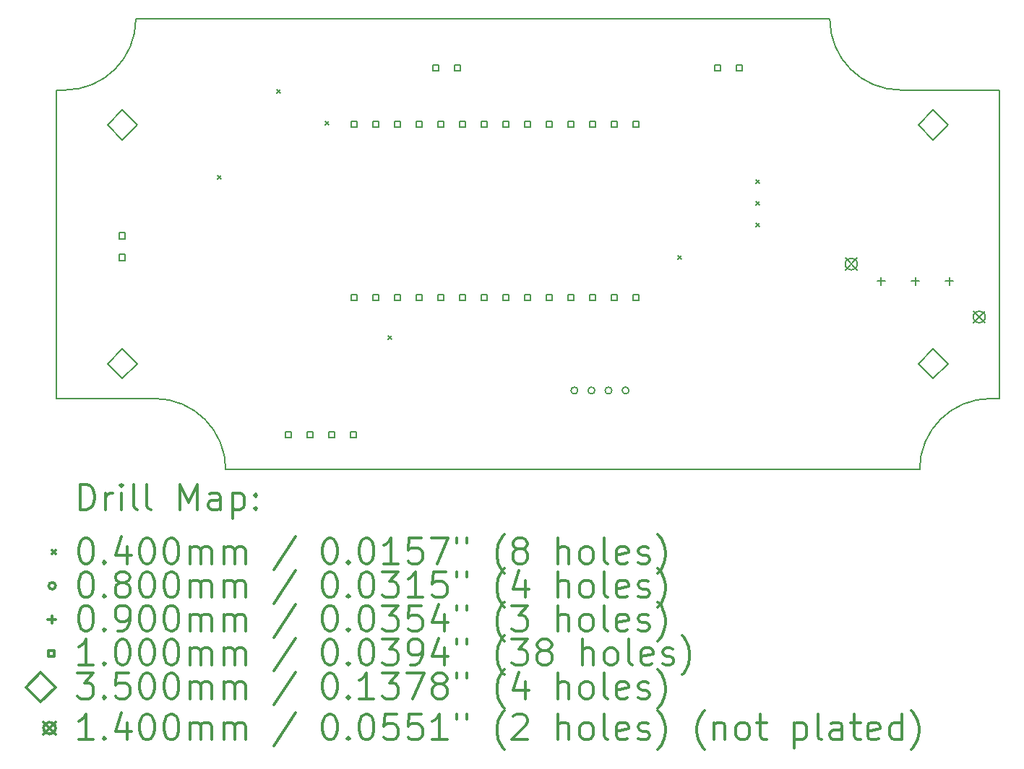
<source format=gbr>
%FSLAX45Y45*%
G04 Gerber Fmt 4.5, Leading zero omitted, Abs format (unit mm)*
G04 Created by KiCad (PCBNEW (5.1.10)-1) date 2021-12-13 23:40:39*
%MOMM*%
%LPD*%
G01*
G04 APERTURE LIST*
%TA.AperFunction,Profile*%
%ADD10C,0.150000*%
%TD*%
%ADD11C,0.200000*%
%ADD12C,0.300000*%
G04 APERTURE END LIST*
D10*
X19800900Y-10711100D02*
X19900900Y-10711100D01*
X8851900Y-7094100D02*
X8951900Y-7094100D01*
X10004900Y-10711100D02*
X8851900Y-10711100D01*
X19800900Y-10711100D02*
G75*
G03*
X18967900Y-11544100I0J-833000D01*
G01*
X10004900Y-10711100D02*
G75*
G02*
X10837900Y-11544100I0J-833000D01*
G01*
X19900900Y-10711100D02*
X19900900Y-7094100D01*
X18967900Y-11544100D02*
X10837900Y-11544100D01*
X8851900Y-7094100D02*
X8851900Y-10711100D01*
X18747900Y-7094100D02*
X19900900Y-7094100D01*
X18747900Y-7094100D02*
G75*
G02*
X17914900Y-6261100I0J833000D01*
G01*
X9784900Y-6261100D02*
X17914900Y-6261100D01*
X8951900Y-7094100D02*
G75*
G03*
X9784900Y-6261100I0J833000D01*
G01*
D11*
X10740800Y-8095300D02*
X10780800Y-8135300D01*
X10780800Y-8095300D02*
X10740800Y-8135300D01*
X11435400Y-7092000D02*
X11475400Y-7132000D01*
X11475400Y-7092000D02*
X11435400Y-7132000D01*
X12006900Y-7460300D02*
X12046900Y-7500300D01*
X12046900Y-7460300D02*
X12006900Y-7500300D01*
X12743500Y-9974900D02*
X12783500Y-10014900D01*
X12783500Y-9974900D02*
X12743500Y-10014900D01*
X16134400Y-9035100D02*
X16174400Y-9075100D01*
X16174400Y-9035100D02*
X16134400Y-9075100D01*
X17048800Y-8146100D02*
X17088800Y-8186100D01*
X17088800Y-8146100D02*
X17048800Y-8186100D01*
X17048800Y-8400100D02*
X17088800Y-8440100D01*
X17088800Y-8400100D02*
X17048800Y-8440100D01*
X17048800Y-8654100D02*
X17088800Y-8694100D01*
X17088800Y-8654100D02*
X17048800Y-8694100D01*
X14962500Y-10617200D02*
G75*
G03*
X14962500Y-10617200I-40000J0D01*
G01*
X15162500Y-10617200D02*
G75*
G03*
X15162500Y-10617200I-40000J0D01*
G01*
X15362500Y-10617200D02*
G75*
G03*
X15362500Y-10617200I-40000J0D01*
G01*
X15562500Y-10617200D02*
G75*
G03*
X15562500Y-10617200I-40000J0D01*
G01*
X18516700Y-9289500D02*
X18516700Y-9379500D01*
X18471700Y-9334500D02*
X18561700Y-9334500D01*
X18916700Y-9289500D02*
X18916700Y-9379500D01*
X18871700Y-9334500D02*
X18961700Y-9334500D01*
X19316700Y-9289500D02*
X19316700Y-9379500D01*
X19271700Y-9334500D02*
X19361700Y-9334500D01*
X9661756Y-8837956D02*
X9661756Y-8767244D01*
X9591044Y-8767244D01*
X9591044Y-8837956D01*
X9661756Y-8837956D01*
X9661756Y-9091956D02*
X9661756Y-9021244D01*
X9591044Y-9021244D01*
X9591044Y-9091956D01*
X9661756Y-9091956D01*
X11605056Y-11173256D02*
X11605056Y-11102544D01*
X11534344Y-11102544D01*
X11534344Y-11173256D01*
X11605056Y-11173256D01*
X11859056Y-11173256D02*
X11859056Y-11102544D01*
X11788344Y-11102544D01*
X11788344Y-11173256D01*
X11859056Y-11173256D01*
X12113056Y-11173256D02*
X12113056Y-11102544D01*
X12042344Y-11102544D01*
X12042344Y-11173256D01*
X12113056Y-11173256D01*
X12367056Y-11173256D02*
X12367056Y-11102544D01*
X12296344Y-11102544D01*
X12296344Y-11173256D01*
X12367056Y-11173256D01*
X12379756Y-7528356D02*
X12379756Y-7457644D01*
X12309044Y-7457644D01*
X12309044Y-7528356D01*
X12379756Y-7528356D01*
X12379756Y-9560356D02*
X12379756Y-9489644D01*
X12309044Y-9489644D01*
X12309044Y-9560356D01*
X12379756Y-9560356D01*
X12633756Y-7528356D02*
X12633756Y-7457644D01*
X12563044Y-7457644D01*
X12563044Y-7528356D01*
X12633756Y-7528356D01*
X12633756Y-9560356D02*
X12633756Y-9489644D01*
X12563044Y-9489644D01*
X12563044Y-9560356D01*
X12633756Y-9560356D01*
X12887756Y-7528356D02*
X12887756Y-7457644D01*
X12817044Y-7457644D01*
X12817044Y-7528356D01*
X12887756Y-7528356D01*
X12887756Y-9560356D02*
X12887756Y-9489644D01*
X12817044Y-9489644D01*
X12817044Y-9560356D01*
X12887756Y-9560356D01*
X13141756Y-7528356D02*
X13141756Y-7457644D01*
X13071044Y-7457644D01*
X13071044Y-7528356D01*
X13141756Y-7528356D01*
X13141756Y-9560356D02*
X13141756Y-9489644D01*
X13071044Y-9489644D01*
X13071044Y-9560356D01*
X13141756Y-9560356D01*
X13332256Y-6867956D02*
X13332256Y-6797244D01*
X13261544Y-6797244D01*
X13261544Y-6867956D01*
X13332256Y-6867956D01*
X13395756Y-7528356D02*
X13395756Y-7457644D01*
X13325044Y-7457644D01*
X13325044Y-7528356D01*
X13395756Y-7528356D01*
X13395756Y-9560356D02*
X13395756Y-9489644D01*
X13325044Y-9489644D01*
X13325044Y-9560356D01*
X13395756Y-9560356D01*
X13586256Y-6867956D02*
X13586256Y-6797244D01*
X13515544Y-6797244D01*
X13515544Y-6867956D01*
X13586256Y-6867956D01*
X13649756Y-7528356D02*
X13649756Y-7457644D01*
X13579044Y-7457644D01*
X13579044Y-7528356D01*
X13649756Y-7528356D01*
X13649756Y-9560356D02*
X13649756Y-9489644D01*
X13579044Y-9489644D01*
X13579044Y-9560356D01*
X13649756Y-9560356D01*
X13903756Y-7528356D02*
X13903756Y-7457644D01*
X13833044Y-7457644D01*
X13833044Y-7528356D01*
X13903756Y-7528356D01*
X13903756Y-9560356D02*
X13903756Y-9489644D01*
X13833044Y-9489644D01*
X13833044Y-9560356D01*
X13903756Y-9560356D01*
X14157756Y-7528356D02*
X14157756Y-7457644D01*
X14087044Y-7457644D01*
X14087044Y-7528356D01*
X14157756Y-7528356D01*
X14157756Y-9560356D02*
X14157756Y-9489644D01*
X14087044Y-9489644D01*
X14087044Y-9560356D01*
X14157756Y-9560356D01*
X14411756Y-7528356D02*
X14411756Y-7457644D01*
X14341044Y-7457644D01*
X14341044Y-7528356D01*
X14411756Y-7528356D01*
X14411756Y-9560356D02*
X14411756Y-9489644D01*
X14341044Y-9489644D01*
X14341044Y-9560356D01*
X14411756Y-9560356D01*
X14665756Y-7528356D02*
X14665756Y-7457644D01*
X14595044Y-7457644D01*
X14595044Y-7528356D01*
X14665756Y-7528356D01*
X14665756Y-9560356D02*
X14665756Y-9489644D01*
X14595044Y-9489644D01*
X14595044Y-9560356D01*
X14665756Y-9560356D01*
X14919756Y-7528356D02*
X14919756Y-7457644D01*
X14849044Y-7457644D01*
X14849044Y-7528356D01*
X14919756Y-7528356D01*
X14919756Y-9560356D02*
X14919756Y-9489644D01*
X14849044Y-9489644D01*
X14849044Y-9560356D01*
X14919756Y-9560356D01*
X15173756Y-7528356D02*
X15173756Y-7457644D01*
X15103044Y-7457644D01*
X15103044Y-7528356D01*
X15173756Y-7528356D01*
X15173756Y-9560356D02*
X15173756Y-9489644D01*
X15103044Y-9489644D01*
X15103044Y-9560356D01*
X15173756Y-9560356D01*
X15427756Y-7528356D02*
X15427756Y-7457644D01*
X15357044Y-7457644D01*
X15357044Y-7528356D01*
X15427756Y-7528356D01*
X15427756Y-9560356D02*
X15427756Y-9489644D01*
X15357044Y-9489644D01*
X15357044Y-9560356D01*
X15427756Y-9560356D01*
X15681756Y-7528356D02*
X15681756Y-7457644D01*
X15611044Y-7457644D01*
X15611044Y-7528356D01*
X15681756Y-7528356D01*
X15681756Y-9560356D02*
X15681756Y-9489644D01*
X15611044Y-9489644D01*
X15611044Y-9560356D01*
X15681756Y-9560356D01*
X16634256Y-6867956D02*
X16634256Y-6797244D01*
X16563544Y-6797244D01*
X16563544Y-6867956D01*
X16634256Y-6867956D01*
X16888256Y-6867956D02*
X16888256Y-6797244D01*
X16817544Y-6797244D01*
X16817544Y-6867956D01*
X16888256Y-6867956D01*
X9626400Y-7677600D02*
X9801400Y-7502600D01*
X9626400Y-7327600D01*
X9451400Y-7502600D01*
X9626400Y-7677600D01*
X9626400Y-10477600D02*
X9801400Y-10302600D01*
X9626400Y-10127600D01*
X9451400Y-10302600D01*
X9626400Y-10477600D01*
X19126400Y-7677600D02*
X19301400Y-7502600D01*
X19126400Y-7327600D01*
X18951400Y-7502600D01*
X19126400Y-7677600D01*
X19126400Y-10477600D02*
X19301400Y-10302600D01*
X19126400Y-10127600D01*
X18951400Y-10302600D01*
X19126400Y-10477600D01*
X18096700Y-9064500D02*
X18236700Y-9204500D01*
X18236700Y-9064500D02*
X18096700Y-9204500D01*
X18236700Y-9134500D02*
G75*
G03*
X18236700Y-9134500I-70000J0D01*
G01*
X19596700Y-9684500D02*
X19736700Y-9824500D01*
X19736700Y-9684500D02*
X19596700Y-9824500D01*
X19736700Y-9754500D02*
G75*
G03*
X19736700Y-9754500I-70000J0D01*
G01*
D12*
X9130828Y-12017314D02*
X9130828Y-11717314D01*
X9202257Y-11717314D01*
X9245114Y-11731600D01*
X9273686Y-11760171D01*
X9287971Y-11788743D01*
X9302257Y-11845886D01*
X9302257Y-11888743D01*
X9287971Y-11945886D01*
X9273686Y-11974457D01*
X9245114Y-12003029D01*
X9202257Y-12017314D01*
X9130828Y-12017314D01*
X9430828Y-12017314D02*
X9430828Y-11817314D01*
X9430828Y-11874457D02*
X9445114Y-11845886D01*
X9459400Y-11831600D01*
X9487971Y-11817314D01*
X9516543Y-11817314D01*
X9616543Y-12017314D02*
X9616543Y-11817314D01*
X9616543Y-11717314D02*
X9602257Y-11731600D01*
X9616543Y-11745886D01*
X9630828Y-11731600D01*
X9616543Y-11717314D01*
X9616543Y-11745886D01*
X9802257Y-12017314D02*
X9773686Y-12003029D01*
X9759400Y-11974457D01*
X9759400Y-11717314D01*
X9959400Y-12017314D02*
X9930828Y-12003029D01*
X9916543Y-11974457D01*
X9916543Y-11717314D01*
X10302257Y-12017314D02*
X10302257Y-11717314D01*
X10402257Y-11931600D01*
X10502257Y-11717314D01*
X10502257Y-12017314D01*
X10773686Y-12017314D02*
X10773686Y-11860171D01*
X10759400Y-11831600D01*
X10730828Y-11817314D01*
X10673686Y-11817314D01*
X10645114Y-11831600D01*
X10773686Y-12003029D02*
X10745114Y-12017314D01*
X10673686Y-12017314D01*
X10645114Y-12003029D01*
X10630828Y-11974457D01*
X10630828Y-11945886D01*
X10645114Y-11917314D01*
X10673686Y-11903029D01*
X10745114Y-11903029D01*
X10773686Y-11888743D01*
X10916543Y-11817314D02*
X10916543Y-12117314D01*
X10916543Y-11831600D02*
X10945114Y-11817314D01*
X11002257Y-11817314D01*
X11030828Y-11831600D01*
X11045114Y-11845886D01*
X11059400Y-11874457D01*
X11059400Y-11960171D01*
X11045114Y-11988743D01*
X11030828Y-12003029D01*
X11002257Y-12017314D01*
X10945114Y-12017314D01*
X10916543Y-12003029D01*
X11187971Y-11988743D02*
X11202257Y-12003029D01*
X11187971Y-12017314D01*
X11173686Y-12003029D01*
X11187971Y-11988743D01*
X11187971Y-12017314D01*
X11187971Y-11831600D02*
X11202257Y-11845886D01*
X11187971Y-11860171D01*
X11173686Y-11845886D01*
X11187971Y-11831600D01*
X11187971Y-11860171D01*
X8804400Y-12491600D02*
X8844400Y-12531600D01*
X8844400Y-12491600D02*
X8804400Y-12531600D01*
X9187971Y-12347314D02*
X9216543Y-12347314D01*
X9245114Y-12361600D01*
X9259400Y-12375886D01*
X9273686Y-12404457D01*
X9287971Y-12461600D01*
X9287971Y-12533029D01*
X9273686Y-12590171D01*
X9259400Y-12618743D01*
X9245114Y-12633029D01*
X9216543Y-12647314D01*
X9187971Y-12647314D01*
X9159400Y-12633029D01*
X9145114Y-12618743D01*
X9130828Y-12590171D01*
X9116543Y-12533029D01*
X9116543Y-12461600D01*
X9130828Y-12404457D01*
X9145114Y-12375886D01*
X9159400Y-12361600D01*
X9187971Y-12347314D01*
X9416543Y-12618743D02*
X9430828Y-12633029D01*
X9416543Y-12647314D01*
X9402257Y-12633029D01*
X9416543Y-12618743D01*
X9416543Y-12647314D01*
X9687971Y-12447314D02*
X9687971Y-12647314D01*
X9616543Y-12333029D02*
X9545114Y-12547314D01*
X9730828Y-12547314D01*
X9902257Y-12347314D02*
X9930828Y-12347314D01*
X9959400Y-12361600D01*
X9973686Y-12375886D01*
X9987971Y-12404457D01*
X10002257Y-12461600D01*
X10002257Y-12533029D01*
X9987971Y-12590171D01*
X9973686Y-12618743D01*
X9959400Y-12633029D01*
X9930828Y-12647314D01*
X9902257Y-12647314D01*
X9873686Y-12633029D01*
X9859400Y-12618743D01*
X9845114Y-12590171D01*
X9830828Y-12533029D01*
X9830828Y-12461600D01*
X9845114Y-12404457D01*
X9859400Y-12375886D01*
X9873686Y-12361600D01*
X9902257Y-12347314D01*
X10187971Y-12347314D02*
X10216543Y-12347314D01*
X10245114Y-12361600D01*
X10259400Y-12375886D01*
X10273686Y-12404457D01*
X10287971Y-12461600D01*
X10287971Y-12533029D01*
X10273686Y-12590171D01*
X10259400Y-12618743D01*
X10245114Y-12633029D01*
X10216543Y-12647314D01*
X10187971Y-12647314D01*
X10159400Y-12633029D01*
X10145114Y-12618743D01*
X10130828Y-12590171D01*
X10116543Y-12533029D01*
X10116543Y-12461600D01*
X10130828Y-12404457D01*
X10145114Y-12375886D01*
X10159400Y-12361600D01*
X10187971Y-12347314D01*
X10416543Y-12647314D02*
X10416543Y-12447314D01*
X10416543Y-12475886D02*
X10430828Y-12461600D01*
X10459400Y-12447314D01*
X10502257Y-12447314D01*
X10530828Y-12461600D01*
X10545114Y-12490171D01*
X10545114Y-12647314D01*
X10545114Y-12490171D02*
X10559400Y-12461600D01*
X10587971Y-12447314D01*
X10630828Y-12447314D01*
X10659400Y-12461600D01*
X10673686Y-12490171D01*
X10673686Y-12647314D01*
X10816543Y-12647314D02*
X10816543Y-12447314D01*
X10816543Y-12475886D02*
X10830828Y-12461600D01*
X10859400Y-12447314D01*
X10902257Y-12447314D01*
X10930828Y-12461600D01*
X10945114Y-12490171D01*
X10945114Y-12647314D01*
X10945114Y-12490171D02*
X10959400Y-12461600D01*
X10987971Y-12447314D01*
X11030828Y-12447314D01*
X11059400Y-12461600D01*
X11073686Y-12490171D01*
X11073686Y-12647314D01*
X11659400Y-12333029D02*
X11402257Y-12718743D01*
X12045114Y-12347314D02*
X12073686Y-12347314D01*
X12102257Y-12361600D01*
X12116543Y-12375886D01*
X12130828Y-12404457D01*
X12145114Y-12461600D01*
X12145114Y-12533029D01*
X12130828Y-12590171D01*
X12116543Y-12618743D01*
X12102257Y-12633029D01*
X12073686Y-12647314D01*
X12045114Y-12647314D01*
X12016543Y-12633029D01*
X12002257Y-12618743D01*
X11987971Y-12590171D01*
X11973686Y-12533029D01*
X11973686Y-12461600D01*
X11987971Y-12404457D01*
X12002257Y-12375886D01*
X12016543Y-12361600D01*
X12045114Y-12347314D01*
X12273686Y-12618743D02*
X12287971Y-12633029D01*
X12273686Y-12647314D01*
X12259400Y-12633029D01*
X12273686Y-12618743D01*
X12273686Y-12647314D01*
X12473686Y-12347314D02*
X12502257Y-12347314D01*
X12530828Y-12361600D01*
X12545114Y-12375886D01*
X12559400Y-12404457D01*
X12573686Y-12461600D01*
X12573686Y-12533029D01*
X12559400Y-12590171D01*
X12545114Y-12618743D01*
X12530828Y-12633029D01*
X12502257Y-12647314D01*
X12473686Y-12647314D01*
X12445114Y-12633029D01*
X12430828Y-12618743D01*
X12416543Y-12590171D01*
X12402257Y-12533029D01*
X12402257Y-12461600D01*
X12416543Y-12404457D01*
X12430828Y-12375886D01*
X12445114Y-12361600D01*
X12473686Y-12347314D01*
X12859400Y-12647314D02*
X12687971Y-12647314D01*
X12773686Y-12647314D02*
X12773686Y-12347314D01*
X12745114Y-12390171D01*
X12716543Y-12418743D01*
X12687971Y-12433029D01*
X13130828Y-12347314D02*
X12987971Y-12347314D01*
X12973686Y-12490171D01*
X12987971Y-12475886D01*
X13016543Y-12461600D01*
X13087971Y-12461600D01*
X13116543Y-12475886D01*
X13130828Y-12490171D01*
X13145114Y-12518743D01*
X13145114Y-12590171D01*
X13130828Y-12618743D01*
X13116543Y-12633029D01*
X13087971Y-12647314D01*
X13016543Y-12647314D01*
X12987971Y-12633029D01*
X12973686Y-12618743D01*
X13245114Y-12347314D02*
X13445114Y-12347314D01*
X13316543Y-12647314D01*
X13545114Y-12347314D02*
X13545114Y-12404457D01*
X13659400Y-12347314D02*
X13659400Y-12404457D01*
X14102257Y-12761600D02*
X14087971Y-12747314D01*
X14059400Y-12704457D01*
X14045114Y-12675886D01*
X14030828Y-12633029D01*
X14016543Y-12561600D01*
X14016543Y-12504457D01*
X14030828Y-12433029D01*
X14045114Y-12390171D01*
X14059400Y-12361600D01*
X14087971Y-12318743D01*
X14102257Y-12304457D01*
X14259400Y-12475886D02*
X14230828Y-12461600D01*
X14216543Y-12447314D01*
X14202257Y-12418743D01*
X14202257Y-12404457D01*
X14216543Y-12375886D01*
X14230828Y-12361600D01*
X14259400Y-12347314D01*
X14316543Y-12347314D01*
X14345114Y-12361600D01*
X14359400Y-12375886D01*
X14373686Y-12404457D01*
X14373686Y-12418743D01*
X14359400Y-12447314D01*
X14345114Y-12461600D01*
X14316543Y-12475886D01*
X14259400Y-12475886D01*
X14230828Y-12490171D01*
X14216543Y-12504457D01*
X14202257Y-12533029D01*
X14202257Y-12590171D01*
X14216543Y-12618743D01*
X14230828Y-12633029D01*
X14259400Y-12647314D01*
X14316543Y-12647314D01*
X14345114Y-12633029D01*
X14359400Y-12618743D01*
X14373686Y-12590171D01*
X14373686Y-12533029D01*
X14359400Y-12504457D01*
X14345114Y-12490171D01*
X14316543Y-12475886D01*
X14730828Y-12647314D02*
X14730828Y-12347314D01*
X14859400Y-12647314D02*
X14859400Y-12490171D01*
X14845114Y-12461600D01*
X14816543Y-12447314D01*
X14773686Y-12447314D01*
X14745114Y-12461600D01*
X14730828Y-12475886D01*
X15045114Y-12647314D02*
X15016543Y-12633029D01*
X15002257Y-12618743D01*
X14987971Y-12590171D01*
X14987971Y-12504457D01*
X15002257Y-12475886D01*
X15016543Y-12461600D01*
X15045114Y-12447314D01*
X15087971Y-12447314D01*
X15116543Y-12461600D01*
X15130828Y-12475886D01*
X15145114Y-12504457D01*
X15145114Y-12590171D01*
X15130828Y-12618743D01*
X15116543Y-12633029D01*
X15087971Y-12647314D01*
X15045114Y-12647314D01*
X15316543Y-12647314D02*
X15287971Y-12633029D01*
X15273686Y-12604457D01*
X15273686Y-12347314D01*
X15545114Y-12633029D02*
X15516543Y-12647314D01*
X15459400Y-12647314D01*
X15430828Y-12633029D01*
X15416543Y-12604457D01*
X15416543Y-12490171D01*
X15430828Y-12461600D01*
X15459400Y-12447314D01*
X15516543Y-12447314D01*
X15545114Y-12461600D01*
X15559400Y-12490171D01*
X15559400Y-12518743D01*
X15416543Y-12547314D01*
X15673686Y-12633029D02*
X15702257Y-12647314D01*
X15759400Y-12647314D01*
X15787971Y-12633029D01*
X15802257Y-12604457D01*
X15802257Y-12590171D01*
X15787971Y-12561600D01*
X15759400Y-12547314D01*
X15716543Y-12547314D01*
X15687971Y-12533029D01*
X15673686Y-12504457D01*
X15673686Y-12490171D01*
X15687971Y-12461600D01*
X15716543Y-12447314D01*
X15759400Y-12447314D01*
X15787971Y-12461600D01*
X15902257Y-12761600D02*
X15916543Y-12747314D01*
X15945114Y-12704457D01*
X15959400Y-12675886D01*
X15973686Y-12633029D01*
X15987971Y-12561600D01*
X15987971Y-12504457D01*
X15973686Y-12433029D01*
X15959400Y-12390171D01*
X15945114Y-12361600D01*
X15916543Y-12318743D01*
X15902257Y-12304457D01*
X8844400Y-12907600D02*
G75*
G03*
X8844400Y-12907600I-40000J0D01*
G01*
X9187971Y-12743314D02*
X9216543Y-12743314D01*
X9245114Y-12757600D01*
X9259400Y-12771886D01*
X9273686Y-12800457D01*
X9287971Y-12857600D01*
X9287971Y-12929029D01*
X9273686Y-12986171D01*
X9259400Y-13014743D01*
X9245114Y-13029029D01*
X9216543Y-13043314D01*
X9187971Y-13043314D01*
X9159400Y-13029029D01*
X9145114Y-13014743D01*
X9130828Y-12986171D01*
X9116543Y-12929029D01*
X9116543Y-12857600D01*
X9130828Y-12800457D01*
X9145114Y-12771886D01*
X9159400Y-12757600D01*
X9187971Y-12743314D01*
X9416543Y-13014743D02*
X9430828Y-13029029D01*
X9416543Y-13043314D01*
X9402257Y-13029029D01*
X9416543Y-13014743D01*
X9416543Y-13043314D01*
X9602257Y-12871886D02*
X9573686Y-12857600D01*
X9559400Y-12843314D01*
X9545114Y-12814743D01*
X9545114Y-12800457D01*
X9559400Y-12771886D01*
X9573686Y-12757600D01*
X9602257Y-12743314D01*
X9659400Y-12743314D01*
X9687971Y-12757600D01*
X9702257Y-12771886D01*
X9716543Y-12800457D01*
X9716543Y-12814743D01*
X9702257Y-12843314D01*
X9687971Y-12857600D01*
X9659400Y-12871886D01*
X9602257Y-12871886D01*
X9573686Y-12886171D01*
X9559400Y-12900457D01*
X9545114Y-12929029D01*
X9545114Y-12986171D01*
X9559400Y-13014743D01*
X9573686Y-13029029D01*
X9602257Y-13043314D01*
X9659400Y-13043314D01*
X9687971Y-13029029D01*
X9702257Y-13014743D01*
X9716543Y-12986171D01*
X9716543Y-12929029D01*
X9702257Y-12900457D01*
X9687971Y-12886171D01*
X9659400Y-12871886D01*
X9902257Y-12743314D02*
X9930828Y-12743314D01*
X9959400Y-12757600D01*
X9973686Y-12771886D01*
X9987971Y-12800457D01*
X10002257Y-12857600D01*
X10002257Y-12929029D01*
X9987971Y-12986171D01*
X9973686Y-13014743D01*
X9959400Y-13029029D01*
X9930828Y-13043314D01*
X9902257Y-13043314D01*
X9873686Y-13029029D01*
X9859400Y-13014743D01*
X9845114Y-12986171D01*
X9830828Y-12929029D01*
X9830828Y-12857600D01*
X9845114Y-12800457D01*
X9859400Y-12771886D01*
X9873686Y-12757600D01*
X9902257Y-12743314D01*
X10187971Y-12743314D02*
X10216543Y-12743314D01*
X10245114Y-12757600D01*
X10259400Y-12771886D01*
X10273686Y-12800457D01*
X10287971Y-12857600D01*
X10287971Y-12929029D01*
X10273686Y-12986171D01*
X10259400Y-13014743D01*
X10245114Y-13029029D01*
X10216543Y-13043314D01*
X10187971Y-13043314D01*
X10159400Y-13029029D01*
X10145114Y-13014743D01*
X10130828Y-12986171D01*
X10116543Y-12929029D01*
X10116543Y-12857600D01*
X10130828Y-12800457D01*
X10145114Y-12771886D01*
X10159400Y-12757600D01*
X10187971Y-12743314D01*
X10416543Y-13043314D02*
X10416543Y-12843314D01*
X10416543Y-12871886D02*
X10430828Y-12857600D01*
X10459400Y-12843314D01*
X10502257Y-12843314D01*
X10530828Y-12857600D01*
X10545114Y-12886171D01*
X10545114Y-13043314D01*
X10545114Y-12886171D02*
X10559400Y-12857600D01*
X10587971Y-12843314D01*
X10630828Y-12843314D01*
X10659400Y-12857600D01*
X10673686Y-12886171D01*
X10673686Y-13043314D01*
X10816543Y-13043314D02*
X10816543Y-12843314D01*
X10816543Y-12871886D02*
X10830828Y-12857600D01*
X10859400Y-12843314D01*
X10902257Y-12843314D01*
X10930828Y-12857600D01*
X10945114Y-12886171D01*
X10945114Y-13043314D01*
X10945114Y-12886171D02*
X10959400Y-12857600D01*
X10987971Y-12843314D01*
X11030828Y-12843314D01*
X11059400Y-12857600D01*
X11073686Y-12886171D01*
X11073686Y-13043314D01*
X11659400Y-12729029D02*
X11402257Y-13114743D01*
X12045114Y-12743314D02*
X12073686Y-12743314D01*
X12102257Y-12757600D01*
X12116543Y-12771886D01*
X12130828Y-12800457D01*
X12145114Y-12857600D01*
X12145114Y-12929029D01*
X12130828Y-12986171D01*
X12116543Y-13014743D01*
X12102257Y-13029029D01*
X12073686Y-13043314D01*
X12045114Y-13043314D01*
X12016543Y-13029029D01*
X12002257Y-13014743D01*
X11987971Y-12986171D01*
X11973686Y-12929029D01*
X11973686Y-12857600D01*
X11987971Y-12800457D01*
X12002257Y-12771886D01*
X12016543Y-12757600D01*
X12045114Y-12743314D01*
X12273686Y-13014743D02*
X12287971Y-13029029D01*
X12273686Y-13043314D01*
X12259400Y-13029029D01*
X12273686Y-13014743D01*
X12273686Y-13043314D01*
X12473686Y-12743314D02*
X12502257Y-12743314D01*
X12530828Y-12757600D01*
X12545114Y-12771886D01*
X12559400Y-12800457D01*
X12573686Y-12857600D01*
X12573686Y-12929029D01*
X12559400Y-12986171D01*
X12545114Y-13014743D01*
X12530828Y-13029029D01*
X12502257Y-13043314D01*
X12473686Y-13043314D01*
X12445114Y-13029029D01*
X12430828Y-13014743D01*
X12416543Y-12986171D01*
X12402257Y-12929029D01*
X12402257Y-12857600D01*
X12416543Y-12800457D01*
X12430828Y-12771886D01*
X12445114Y-12757600D01*
X12473686Y-12743314D01*
X12673686Y-12743314D02*
X12859400Y-12743314D01*
X12759400Y-12857600D01*
X12802257Y-12857600D01*
X12830828Y-12871886D01*
X12845114Y-12886171D01*
X12859400Y-12914743D01*
X12859400Y-12986171D01*
X12845114Y-13014743D01*
X12830828Y-13029029D01*
X12802257Y-13043314D01*
X12716543Y-13043314D01*
X12687971Y-13029029D01*
X12673686Y-13014743D01*
X13145114Y-13043314D02*
X12973686Y-13043314D01*
X13059400Y-13043314D02*
X13059400Y-12743314D01*
X13030828Y-12786171D01*
X13002257Y-12814743D01*
X12973686Y-12829029D01*
X13416543Y-12743314D02*
X13273686Y-12743314D01*
X13259400Y-12886171D01*
X13273686Y-12871886D01*
X13302257Y-12857600D01*
X13373686Y-12857600D01*
X13402257Y-12871886D01*
X13416543Y-12886171D01*
X13430828Y-12914743D01*
X13430828Y-12986171D01*
X13416543Y-13014743D01*
X13402257Y-13029029D01*
X13373686Y-13043314D01*
X13302257Y-13043314D01*
X13273686Y-13029029D01*
X13259400Y-13014743D01*
X13545114Y-12743314D02*
X13545114Y-12800457D01*
X13659400Y-12743314D02*
X13659400Y-12800457D01*
X14102257Y-13157600D02*
X14087971Y-13143314D01*
X14059400Y-13100457D01*
X14045114Y-13071886D01*
X14030828Y-13029029D01*
X14016543Y-12957600D01*
X14016543Y-12900457D01*
X14030828Y-12829029D01*
X14045114Y-12786171D01*
X14059400Y-12757600D01*
X14087971Y-12714743D01*
X14102257Y-12700457D01*
X14345114Y-12843314D02*
X14345114Y-13043314D01*
X14273686Y-12729029D02*
X14202257Y-12943314D01*
X14387971Y-12943314D01*
X14730828Y-13043314D02*
X14730828Y-12743314D01*
X14859400Y-13043314D02*
X14859400Y-12886171D01*
X14845114Y-12857600D01*
X14816543Y-12843314D01*
X14773686Y-12843314D01*
X14745114Y-12857600D01*
X14730828Y-12871886D01*
X15045114Y-13043314D02*
X15016543Y-13029029D01*
X15002257Y-13014743D01*
X14987971Y-12986171D01*
X14987971Y-12900457D01*
X15002257Y-12871886D01*
X15016543Y-12857600D01*
X15045114Y-12843314D01*
X15087971Y-12843314D01*
X15116543Y-12857600D01*
X15130828Y-12871886D01*
X15145114Y-12900457D01*
X15145114Y-12986171D01*
X15130828Y-13014743D01*
X15116543Y-13029029D01*
X15087971Y-13043314D01*
X15045114Y-13043314D01*
X15316543Y-13043314D02*
X15287971Y-13029029D01*
X15273686Y-13000457D01*
X15273686Y-12743314D01*
X15545114Y-13029029D02*
X15516543Y-13043314D01*
X15459400Y-13043314D01*
X15430828Y-13029029D01*
X15416543Y-13000457D01*
X15416543Y-12886171D01*
X15430828Y-12857600D01*
X15459400Y-12843314D01*
X15516543Y-12843314D01*
X15545114Y-12857600D01*
X15559400Y-12886171D01*
X15559400Y-12914743D01*
X15416543Y-12943314D01*
X15673686Y-13029029D02*
X15702257Y-13043314D01*
X15759400Y-13043314D01*
X15787971Y-13029029D01*
X15802257Y-13000457D01*
X15802257Y-12986171D01*
X15787971Y-12957600D01*
X15759400Y-12943314D01*
X15716543Y-12943314D01*
X15687971Y-12929029D01*
X15673686Y-12900457D01*
X15673686Y-12886171D01*
X15687971Y-12857600D01*
X15716543Y-12843314D01*
X15759400Y-12843314D01*
X15787971Y-12857600D01*
X15902257Y-13157600D02*
X15916543Y-13143314D01*
X15945114Y-13100457D01*
X15959400Y-13071886D01*
X15973686Y-13029029D01*
X15987971Y-12957600D01*
X15987971Y-12900457D01*
X15973686Y-12829029D01*
X15959400Y-12786171D01*
X15945114Y-12757600D01*
X15916543Y-12714743D01*
X15902257Y-12700457D01*
X8799400Y-13258600D02*
X8799400Y-13348600D01*
X8754400Y-13303600D02*
X8844400Y-13303600D01*
X9187971Y-13139314D02*
X9216543Y-13139314D01*
X9245114Y-13153600D01*
X9259400Y-13167886D01*
X9273686Y-13196457D01*
X9287971Y-13253600D01*
X9287971Y-13325029D01*
X9273686Y-13382171D01*
X9259400Y-13410743D01*
X9245114Y-13425029D01*
X9216543Y-13439314D01*
X9187971Y-13439314D01*
X9159400Y-13425029D01*
X9145114Y-13410743D01*
X9130828Y-13382171D01*
X9116543Y-13325029D01*
X9116543Y-13253600D01*
X9130828Y-13196457D01*
X9145114Y-13167886D01*
X9159400Y-13153600D01*
X9187971Y-13139314D01*
X9416543Y-13410743D02*
X9430828Y-13425029D01*
X9416543Y-13439314D01*
X9402257Y-13425029D01*
X9416543Y-13410743D01*
X9416543Y-13439314D01*
X9573686Y-13439314D02*
X9630828Y-13439314D01*
X9659400Y-13425029D01*
X9673686Y-13410743D01*
X9702257Y-13367886D01*
X9716543Y-13310743D01*
X9716543Y-13196457D01*
X9702257Y-13167886D01*
X9687971Y-13153600D01*
X9659400Y-13139314D01*
X9602257Y-13139314D01*
X9573686Y-13153600D01*
X9559400Y-13167886D01*
X9545114Y-13196457D01*
X9545114Y-13267886D01*
X9559400Y-13296457D01*
X9573686Y-13310743D01*
X9602257Y-13325029D01*
X9659400Y-13325029D01*
X9687971Y-13310743D01*
X9702257Y-13296457D01*
X9716543Y-13267886D01*
X9902257Y-13139314D02*
X9930828Y-13139314D01*
X9959400Y-13153600D01*
X9973686Y-13167886D01*
X9987971Y-13196457D01*
X10002257Y-13253600D01*
X10002257Y-13325029D01*
X9987971Y-13382171D01*
X9973686Y-13410743D01*
X9959400Y-13425029D01*
X9930828Y-13439314D01*
X9902257Y-13439314D01*
X9873686Y-13425029D01*
X9859400Y-13410743D01*
X9845114Y-13382171D01*
X9830828Y-13325029D01*
X9830828Y-13253600D01*
X9845114Y-13196457D01*
X9859400Y-13167886D01*
X9873686Y-13153600D01*
X9902257Y-13139314D01*
X10187971Y-13139314D02*
X10216543Y-13139314D01*
X10245114Y-13153600D01*
X10259400Y-13167886D01*
X10273686Y-13196457D01*
X10287971Y-13253600D01*
X10287971Y-13325029D01*
X10273686Y-13382171D01*
X10259400Y-13410743D01*
X10245114Y-13425029D01*
X10216543Y-13439314D01*
X10187971Y-13439314D01*
X10159400Y-13425029D01*
X10145114Y-13410743D01*
X10130828Y-13382171D01*
X10116543Y-13325029D01*
X10116543Y-13253600D01*
X10130828Y-13196457D01*
X10145114Y-13167886D01*
X10159400Y-13153600D01*
X10187971Y-13139314D01*
X10416543Y-13439314D02*
X10416543Y-13239314D01*
X10416543Y-13267886D02*
X10430828Y-13253600D01*
X10459400Y-13239314D01*
X10502257Y-13239314D01*
X10530828Y-13253600D01*
X10545114Y-13282171D01*
X10545114Y-13439314D01*
X10545114Y-13282171D02*
X10559400Y-13253600D01*
X10587971Y-13239314D01*
X10630828Y-13239314D01*
X10659400Y-13253600D01*
X10673686Y-13282171D01*
X10673686Y-13439314D01*
X10816543Y-13439314D02*
X10816543Y-13239314D01*
X10816543Y-13267886D02*
X10830828Y-13253600D01*
X10859400Y-13239314D01*
X10902257Y-13239314D01*
X10930828Y-13253600D01*
X10945114Y-13282171D01*
X10945114Y-13439314D01*
X10945114Y-13282171D02*
X10959400Y-13253600D01*
X10987971Y-13239314D01*
X11030828Y-13239314D01*
X11059400Y-13253600D01*
X11073686Y-13282171D01*
X11073686Y-13439314D01*
X11659400Y-13125029D02*
X11402257Y-13510743D01*
X12045114Y-13139314D02*
X12073686Y-13139314D01*
X12102257Y-13153600D01*
X12116543Y-13167886D01*
X12130828Y-13196457D01*
X12145114Y-13253600D01*
X12145114Y-13325029D01*
X12130828Y-13382171D01*
X12116543Y-13410743D01*
X12102257Y-13425029D01*
X12073686Y-13439314D01*
X12045114Y-13439314D01*
X12016543Y-13425029D01*
X12002257Y-13410743D01*
X11987971Y-13382171D01*
X11973686Y-13325029D01*
X11973686Y-13253600D01*
X11987971Y-13196457D01*
X12002257Y-13167886D01*
X12016543Y-13153600D01*
X12045114Y-13139314D01*
X12273686Y-13410743D02*
X12287971Y-13425029D01*
X12273686Y-13439314D01*
X12259400Y-13425029D01*
X12273686Y-13410743D01*
X12273686Y-13439314D01*
X12473686Y-13139314D02*
X12502257Y-13139314D01*
X12530828Y-13153600D01*
X12545114Y-13167886D01*
X12559400Y-13196457D01*
X12573686Y-13253600D01*
X12573686Y-13325029D01*
X12559400Y-13382171D01*
X12545114Y-13410743D01*
X12530828Y-13425029D01*
X12502257Y-13439314D01*
X12473686Y-13439314D01*
X12445114Y-13425029D01*
X12430828Y-13410743D01*
X12416543Y-13382171D01*
X12402257Y-13325029D01*
X12402257Y-13253600D01*
X12416543Y-13196457D01*
X12430828Y-13167886D01*
X12445114Y-13153600D01*
X12473686Y-13139314D01*
X12673686Y-13139314D02*
X12859400Y-13139314D01*
X12759400Y-13253600D01*
X12802257Y-13253600D01*
X12830828Y-13267886D01*
X12845114Y-13282171D01*
X12859400Y-13310743D01*
X12859400Y-13382171D01*
X12845114Y-13410743D01*
X12830828Y-13425029D01*
X12802257Y-13439314D01*
X12716543Y-13439314D01*
X12687971Y-13425029D01*
X12673686Y-13410743D01*
X13130828Y-13139314D02*
X12987971Y-13139314D01*
X12973686Y-13282171D01*
X12987971Y-13267886D01*
X13016543Y-13253600D01*
X13087971Y-13253600D01*
X13116543Y-13267886D01*
X13130828Y-13282171D01*
X13145114Y-13310743D01*
X13145114Y-13382171D01*
X13130828Y-13410743D01*
X13116543Y-13425029D01*
X13087971Y-13439314D01*
X13016543Y-13439314D01*
X12987971Y-13425029D01*
X12973686Y-13410743D01*
X13402257Y-13239314D02*
X13402257Y-13439314D01*
X13330828Y-13125029D02*
X13259400Y-13339314D01*
X13445114Y-13339314D01*
X13545114Y-13139314D02*
X13545114Y-13196457D01*
X13659400Y-13139314D02*
X13659400Y-13196457D01*
X14102257Y-13553600D02*
X14087971Y-13539314D01*
X14059400Y-13496457D01*
X14045114Y-13467886D01*
X14030828Y-13425029D01*
X14016543Y-13353600D01*
X14016543Y-13296457D01*
X14030828Y-13225029D01*
X14045114Y-13182171D01*
X14059400Y-13153600D01*
X14087971Y-13110743D01*
X14102257Y-13096457D01*
X14187971Y-13139314D02*
X14373686Y-13139314D01*
X14273686Y-13253600D01*
X14316543Y-13253600D01*
X14345114Y-13267886D01*
X14359400Y-13282171D01*
X14373686Y-13310743D01*
X14373686Y-13382171D01*
X14359400Y-13410743D01*
X14345114Y-13425029D01*
X14316543Y-13439314D01*
X14230828Y-13439314D01*
X14202257Y-13425029D01*
X14187971Y-13410743D01*
X14730828Y-13439314D02*
X14730828Y-13139314D01*
X14859400Y-13439314D02*
X14859400Y-13282171D01*
X14845114Y-13253600D01*
X14816543Y-13239314D01*
X14773686Y-13239314D01*
X14745114Y-13253600D01*
X14730828Y-13267886D01*
X15045114Y-13439314D02*
X15016543Y-13425029D01*
X15002257Y-13410743D01*
X14987971Y-13382171D01*
X14987971Y-13296457D01*
X15002257Y-13267886D01*
X15016543Y-13253600D01*
X15045114Y-13239314D01*
X15087971Y-13239314D01*
X15116543Y-13253600D01*
X15130828Y-13267886D01*
X15145114Y-13296457D01*
X15145114Y-13382171D01*
X15130828Y-13410743D01*
X15116543Y-13425029D01*
X15087971Y-13439314D01*
X15045114Y-13439314D01*
X15316543Y-13439314D02*
X15287971Y-13425029D01*
X15273686Y-13396457D01*
X15273686Y-13139314D01*
X15545114Y-13425029D02*
X15516543Y-13439314D01*
X15459400Y-13439314D01*
X15430828Y-13425029D01*
X15416543Y-13396457D01*
X15416543Y-13282171D01*
X15430828Y-13253600D01*
X15459400Y-13239314D01*
X15516543Y-13239314D01*
X15545114Y-13253600D01*
X15559400Y-13282171D01*
X15559400Y-13310743D01*
X15416543Y-13339314D01*
X15673686Y-13425029D02*
X15702257Y-13439314D01*
X15759400Y-13439314D01*
X15787971Y-13425029D01*
X15802257Y-13396457D01*
X15802257Y-13382171D01*
X15787971Y-13353600D01*
X15759400Y-13339314D01*
X15716543Y-13339314D01*
X15687971Y-13325029D01*
X15673686Y-13296457D01*
X15673686Y-13282171D01*
X15687971Y-13253600D01*
X15716543Y-13239314D01*
X15759400Y-13239314D01*
X15787971Y-13253600D01*
X15902257Y-13553600D02*
X15916543Y-13539314D01*
X15945114Y-13496457D01*
X15959400Y-13467886D01*
X15973686Y-13425029D01*
X15987971Y-13353600D01*
X15987971Y-13296457D01*
X15973686Y-13225029D01*
X15959400Y-13182171D01*
X15945114Y-13153600D01*
X15916543Y-13110743D01*
X15902257Y-13096457D01*
X8829756Y-13734956D02*
X8829756Y-13664244D01*
X8759044Y-13664244D01*
X8759044Y-13734956D01*
X8829756Y-13734956D01*
X9287971Y-13835314D02*
X9116543Y-13835314D01*
X9202257Y-13835314D02*
X9202257Y-13535314D01*
X9173686Y-13578171D01*
X9145114Y-13606743D01*
X9116543Y-13621029D01*
X9416543Y-13806743D02*
X9430828Y-13821029D01*
X9416543Y-13835314D01*
X9402257Y-13821029D01*
X9416543Y-13806743D01*
X9416543Y-13835314D01*
X9616543Y-13535314D02*
X9645114Y-13535314D01*
X9673686Y-13549600D01*
X9687971Y-13563886D01*
X9702257Y-13592457D01*
X9716543Y-13649600D01*
X9716543Y-13721029D01*
X9702257Y-13778171D01*
X9687971Y-13806743D01*
X9673686Y-13821029D01*
X9645114Y-13835314D01*
X9616543Y-13835314D01*
X9587971Y-13821029D01*
X9573686Y-13806743D01*
X9559400Y-13778171D01*
X9545114Y-13721029D01*
X9545114Y-13649600D01*
X9559400Y-13592457D01*
X9573686Y-13563886D01*
X9587971Y-13549600D01*
X9616543Y-13535314D01*
X9902257Y-13535314D02*
X9930828Y-13535314D01*
X9959400Y-13549600D01*
X9973686Y-13563886D01*
X9987971Y-13592457D01*
X10002257Y-13649600D01*
X10002257Y-13721029D01*
X9987971Y-13778171D01*
X9973686Y-13806743D01*
X9959400Y-13821029D01*
X9930828Y-13835314D01*
X9902257Y-13835314D01*
X9873686Y-13821029D01*
X9859400Y-13806743D01*
X9845114Y-13778171D01*
X9830828Y-13721029D01*
X9830828Y-13649600D01*
X9845114Y-13592457D01*
X9859400Y-13563886D01*
X9873686Y-13549600D01*
X9902257Y-13535314D01*
X10187971Y-13535314D02*
X10216543Y-13535314D01*
X10245114Y-13549600D01*
X10259400Y-13563886D01*
X10273686Y-13592457D01*
X10287971Y-13649600D01*
X10287971Y-13721029D01*
X10273686Y-13778171D01*
X10259400Y-13806743D01*
X10245114Y-13821029D01*
X10216543Y-13835314D01*
X10187971Y-13835314D01*
X10159400Y-13821029D01*
X10145114Y-13806743D01*
X10130828Y-13778171D01*
X10116543Y-13721029D01*
X10116543Y-13649600D01*
X10130828Y-13592457D01*
X10145114Y-13563886D01*
X10159400Y-13549600D01*
X10187971Y-13535314D01*
X10416543Y-13835314D02*
X10416543Y-13635314D01*
X10416543Y-13663886D02*
X10430828Y-13649600D01*
X10459400Y-13635314D01*
X10502257Y-13635314D01*
X10530828Y-13649600D01*
X10545114Y-13678171D01*
X10545114Y-13835314D01*
X10545114Y-13678171D02*
X10559400Y-13649600D01*
X10587971Y-13635314D01*
X10630828Y-13635314D01*
X10659400Y-13649600D01*
X10673686Y-13678171D01*
X10673686Y-13835314D01*
X10816543Y-13835314D02*
X10816543Y-13635314D01*
X10816543Y-13663886D02*
X10830828Y-13649600D01*
X10859400Y-13635314D01*
X10902257Y-13635314D01*
X10930828Y-13649600D01*
X10945114Y-13678171D01*
X10945114Y-13835314D01*
X10945114Y-13678171D02*
X10959400Y-13649600D01*
X10987971Y-13635314D01*
X11030828Y-13635314D01*
X11059400Y-13649600D01*
X11073686Y-13678171D01*
X11073686Y-13835314D01*
X11659400Y-13521029D02*
X11402257Y-13906743D01*
X12045114Y-13535314D02*
X12073686Y-13535314D01*
X12102257Y-13549600D01*
X12116543Y-13563886D01*
X12130828Y-13592457D01*
X12145114Y-13649600D01*
X12145114Y-13721029D01*
X12130828Y-13778171D01*
X12116543Y-13806743D01*
X12102257Y-13821029D01*
X12073686Y-13835314D01*
X12045114Y-13835314D01*
X12016543Y-13821029D01*
X12002257Y-13806743D01*
X11987971Y-13778171D01*
X11973686Y-13721029D01*
X11973686Y-13649600D01*
X11987971Y-13592457D01*
X12002257Y-13563886D01*
X12016543Y-13549600D01*
X12045114Y-13535314D01*
X12273686Y-13806743D02*
X12287971Y-13821029D01*
X12273686Y-13835314D01*
X12259400Y-13821029D01*
X12273686Y-13806743D01*
X12273686Y-13835314D01*
X12473686Y-13535314D02*
X12502257Y-13535314D01*
X12530828Y-13549600D01*
X12545114Y-13563886D01*
X12559400Y-13592457D01*
X12573686Y-13649600D01*
X12573686Y-13721029D01*
X12559400Y-13778171D01*
X12545114Y-13806743D01*
X12530828Y-13821029D01*
X12502257Y-13835314D01*
X12473686Y-13835314D01*
X12445114Y-13821029D01*
X12430828Y-13806743D01*
X12416543Y-13778171D01*
X12402257Y-13721029D01*
X12402257Y-13649600D01*
X12416543Y-13592457D01*
X12430828Y-13563886D01*
X12445114Y-13549600D01*
X12473686Y-13535314D01*
X12673686Y-13535314D02*
X12859400Y-13535314D01*
X12759400Y-13649600D01*
X12802257Y-13649600D01*
X12830828Y-13663886D01*
X12845114Y-13678171D01*
X12859400Y-13706743D01*
X12859400Y-13778171D01*
X12845114Y-13806743D01*
X12830828Y-13821029D01*
X12802257Y-13835314D01*
X12716543Y-13835314D01*
X12687971Y-13821029D01*
X12673686Y-13806743D01*
X13002257Y-13835314D02*
X13059400Y-13835314D01*
X13087971Y-13821029D01*
X13102257Y-13806743D01*
X13130828Y-13763886D01*
X13145114Y-13706743D01*
X13145114Y-13592457D01*
X13130828Y-13563886D01*
X13116543Y-13549600D01*
X13087971Y-13535314D01*
X13030828Y-13535314D01*
X13002257Y-13549600D01*
X12987971Y-13563886D01*
X12973686Y-13592457D01*
X12973686Y-13663886D01*
X12987971Y-13692457D01*
X13002257Y-13706743D01*
X13030828Y-13721029D01*
X13087971Y-13721029D01*
X13116543Y-13706743D01*
X13130828Y-13692457D01*
X13145114Y-13663886D01*
X13402257Y-13635314D02*
X13402257Y-13835314D01*
X13330828Y-13521029D02*
X13259400Y-13735314D01*
X13445114Y-13735314D01*
X13545114Y-13535314D02*
X13545114Y-13592457D01*
X13659400Y-13535314D02*
X13659400Y-13592457D01*
X14102257Y-13949600D02*
X14087971Y-13935314D01*
X14059400Y-13892457D01*
X14045114Y-13863886D01*
X14030828Y-13821029D01*
X14016543Y-13749600D01*
X14016543Y-13692457D01*
X14030828Y-13621029D01*
X14045114Y-13578171D01*
X14059400Y-13549600D01*
X14087971Y-13506743D01*
X14102257Y-13492457D01*
X14187971Y-13535314D02*
X14373686Y-13535314D01*
X14273686Y-13649600D01*
X14316543Y-13649600D01*
X14345114Y-13663886D01*
X14359400Y-13678171D01*
X14373686Y-13706743D01*
X14373686Y-13778171D01*
X14359400Y-13806743D01*
X14345114Y-13821029D01*
X14316543Y-13835314D01*
X14230828Y-13835314D01*
X14202257Y-13821029D01*
X14187971Y-13806743D01*
X14545114Y-13663886D02*
X14516543Y-13649600D01*
X14502257Y-13635314D01*
X14487971Y-13606743D01*
X14487971Y-13592457D01*
X14502257Y-13563886D01*
X14516543Y-13549600D01*
X14545114Y-13535314D01*
X14602257Y-13535314D01*
X14630828Y-13549600D01*
X14645114Y-13563886D01*
X14659400Y-13592457D01*
X14659400Y-13606743D01*
X14645114Y-13635314D01*
X14630828Y-13649600D01*
X14602257Y-13663886D01*
X14545114Y-13663886D01*
X14516543Y-13678171D01*
X14502257Y-13692457D01*
X14487971Y-13721029D01*
X14487971Y-13778171D01*
X14502257Y-13806743D01*
X14516543Y-13821029D01*
X14545114Y-13835314D01*
X14602257Y-13835314D01*
X14630828Y-13821029D01*
X14645114Y-13806743D01*
X14659400Y-13778171D01*
X14659400Y-13721029D01*
X14645114Y-13692457D01*
X14630828Y-13678171D01*
X14602257Y-13663886D01*
X15016543Y-13835314D02*
X15016543Y-13535314D01*
X15145114Y-13835314D02*
X15145114Y-13678171D01*
X15130828Y-13649600D01*
X15102257Y-13635314D01*
X15059400Y-13635314D01*
X15030828Y-13649600D01*
X15016543Y-13663886D01*
X15330828Y-13835314D02*
X15302257Y-13821029D01*
X15287971Y-13806743D01*
X15273686Y-13778171D01*
X15273686Y-13692457D01*
X15287971Y-13663886D01*
X15302257Y-13649600D01*
X15330828Y-13635314D01*
X15373686Y-13635314D01*
X15402257Y-13649600D01*
X15416543Y-13663886D01*
X15430828Y-13692457D01*
X15430828Y-13778171D01*
X15416543Y-13806743D01*
X15402257Y-13821029D01*
X15373686Y-13835314D01*
X15330828Y-13835314D01*
X15602257Y-13835314D02*
X15573686Y-13821029D01*
X15559400Y-13792457D01*
X15559400Y-13535314D01*
X15830828Y-13821029D02*
X15802257Y-13835314D01*
X15745114Y-13835314D01*
X15716543Y-13821029D01*
X15702257Y-13792457D01*
X15702257Y-13678171D01*
X15716543Y-13649600D01*
X15745114Y-13635314D01*
X15802257Y-13635314D01*
X15830828Y-13649600D01*
X15845114Y-13678171D01*
X15845114Y-13706743D01*
X15702257Y-13735314D01*
X15959400Y-13821029D02*
X15987971Y-13835314D01*
X16045114Y-13835314D01*
X16073686Y-13821029D01*
X16087971Y-13792457D01*
X16087971Y-13778171D01*
X16073686Y-13749600D01*
X16045114Y-13735314D01*
X16002257Y-13735314D01*
X15973686Y-13721029D01*
X15959400Y-13692457D01*
X15959400Y-13678171D01*
X15973686Y-13649600D01*
X16002257Y-13635314D01*
X16045114Y-13635314D01*
X16073686Y-13649600D01*
X16187971Y-13949600D02*
X16202257Y-13935314D01*
X16230828Y-13892457D01*
X16245114Y-13863886D01*
X16259400Y-13821029D01*
X16273686Y-13749600D01*
X16273686Y-13692457D01*
X16259400Y-13621029D01*
X16245114Y-13578171D01*
X16230828Y-13549600D01*
X16202257Y-13506743D01*
X16187971Y-13492457D01*
X8669400Y-14270600D02*
X8844400Y-14095600D01*
X8669400Y-13920600D01*
X8494400Y-14095600D01*
X8669400Y-14270600D01*
X9102257Y-13931314D02*
X9287971Y-13931314D01*
X9187971Y-14045600D01*
X9230828Y-14045600D01*
X9259400Y-14059886D01*
X9273686Y-14074171D01*
X9287971Y-14102743D01*
X9287971Y-14174171D01*
X9273686Y-14202743D01*
X9259400Y-14217029D01*
X9230828Y-14231314D01*
X9145114Y-14231314D01*
X9116543Y-14217029D01*
X9102257Y-14202743D01*
X9416543Y-14202743D02*
X9430828Y-14217029D01*
X9416543Y-14231314D01*
X9402257Y-14217029D01*
X9416543Y-14202743D01*
X9416543Y-14231314D01*
X9702257Y-13931314D02*
X9559400Y-13931314D01*
X9545114Y-14074171D01*
X9559400Y-14059886D01*
X9587971Y-14045600D01*
X9659400Y-14045600D01*
X9687971Y-14059886D01*
X9702257Y-14074171D01*
X9716543Y-14102743D01*
X9716543Y-14174171D01*
X9702257Y-14202743D01*
X9687971Y-14217029D01*
X9659400Y-14231314D01*
X9587971Y-14231314D01*
X9559400Y-14217029D01*
X9545114Y-14202743D01*
X9902257Y-13931314D02*
X9930828Y-13931314D01*
X9959400Y-13945600D01*
X9973686Y-13959886D01*
X9987971Y-13988457D01*
X10002257Y-14045600D01*
X10002257Y-14117029D01*
X9987971Y-14174171D01*
X9973686Y-14202743D01*
X9959400Y-14217029D01*
X9930828Y-14231314D01*
X9902257Y-14231314D01*
X9873686Y-14217029D01*
X9859400Y-14202743D01*
X9845114Y-14174171D01*
X9830828Y-14117029D01*
X9830828Y-14045600D01*
X9845114Y-13988457D01*
X9859400Y-13959886D01*
X9873686Y-13945600D01*
X9902257Y-13931314D01*
X10187971Y-13931314D02*
X10216543Y-13931314D01*
X10245114Y-13945600D01*
X10259400Y-13959886D01*
X10273686Y-13988457D01*
X10287971Y-14045600D01*
X10287971Y-14117029D01*
X10273686Y-14174171D01*
X10259400Y-14202743D01*
X10245114Y-14217029D01*
X10216543Y-14231314D01*
X10187971Y-14231314D01*
X10159400Y-14217029D01*
X10145114Y-14202743D01*
X10130828Y-14174171D01*
X10116543Y-14117029D01*
X10116543Y-14045600D01*
X10130828Y-13988457D01*
X10145114Y-13959886D01*
X10159400Y-13945600D01*
X10187971Y-13931314D01*
X10416543Y-14231314D02*
X10416543Y-14031314D01*
X10416543Y-14059886D02*
X10430828Y-14045600D01*
X10459400Y-14031314D01*
X10502257Y-14031314D01*
X10530828Y-14045600D01*
X10545114Y-14074171D01*
X10545114Y-14231314D01*
X10545114Y-14074171D02*
X10559400Y-14045600D01*
X10587971Y-14031314D01*
X10630828Y-14031314D01*
X10659400Y-14045600D01*
X10673686Y-14074171D01*
X10673686Y-14231314D01*
X10816543Y-14231314D02*
X10816543Y-14031314D01*
X10816543Y-14059886D02*
X10830828Y-14045600D01*
X10859400Y-14031314D01*
X10902257Y-14031314D01*
X10930828Y-14045600D01*
X10945114Y-14074171D01*
X10945114Y-14231314D01*
X10945114Y-14074171D02*
X10959400Y-14045600D01*
X10987971Y-14031314D01*
X11030828Y-14031314D01*
X11059400Y-14045600D01*
X11073686Y-14074171D01*
X11073686Y-14231314D01*
X11659400Y-13917029D02*
X11402257Y-14302743D01*
X12045114Y-13931314D02*
X12073686Y-13931314D01*
X12102257Y-13945600D01*
X12116543Y-13959886D01*
X12130828Y-13988457D01*
X12145114Y-14045600D01*
X12145114Y-14117029D01*
X12130828Y-14174171D01*
X12116543Y-14202743D01*
X12102257Y-14217029D01*
X12073686Y-14231314D01*
X12045114Y-14231314D01*
X12016543Y-14217029D01*
X12002257Y-14202743D01*
X11987971Y-14174171D01*
X11973686Y-14117029D01*
X11973686Y-14045600D01*
X11987971Y-13988457D01*
X12002257Y-13959886D01*
X12016543Y-13945600D01*
X12045114Y-13931314D01*
X12273686Y-14202743D02*
X12287971Y-14217029D01*
X12273686Y-14231314D01*
X12259400Y-14217029D01*
X12273686Y-14202743D01*
X12273686Y-14231314D01*
X12573686Y-14231314D02*
X12402257Y-14231314D01*
X12487971Y-14231314D02*
X12487971Y-13931314D01*
X12459400Y-13974171D01*
X12430828Y-14002743D01*
X12402257Y-14017029D01*
X12673686Y-13931314D02*
X12859400Y-13931314D01*
X12759400Y-14045600D01*
X12802257Y-14045600D01*
X12830828Y-14059886D01*
X12845114Y-14074171D01*
X12859400Y-14102743D01*
X12859400Y-14174171D01*
X12845114Y-14202743D01*
X12830828Y-14217029D01*
X12802257Y-14231314D01*
X12716543Y-14231314D01*
X12687971Y-14217029D01*
X12673686Y-14202743D01*
X12959400Y-13931314D02*
X13159400Y-13931314D01*
X13030828Y-14231314D01*
X13316543Y-14059886D02*
X13287971Y-14045600D01*
X13273686Y-14031314D01*
X13259400Y-14002743D01*
X13259400Y-13988457D01*
X13273686Y-13959886D01*
X13287971Y-13945600D01*
X13316543Y-13931314D01*
X13373686Y-13931314D01*
X13402257Y-13945600D01*
X13416543Y-13959886D01*
X13430828Y-13988457D01*
X13430828Y-14002743D01*
X13416543Y-14031314D01*
X13402257Y-14045600D01*
X13373686Y-14059886D01*
X13316543Y-14059886D01*
X13287971Y-14074171D01*
X13273686Y-14088457D01*
X13259400Y-14117029D01*
X13259400Y-14174171D01*
X13273686Y-14202743D01*
X13287971Y-14217029D01*
X13316543Y-14231314D01*
X13373686Y-14231314D01*
X13402257Y-14217029D01*
X13416543Y-14202743D01*
X13430828Y-14174171D01*
X13430828Y-14117029D01*
X13416543Y-14088457D01*
X13402257Y-14074171D01*
X13373686Y-14059886D01*
X13545114Y-13931314D02*
X13545114Y-13988457D01*
X13659400Y-13931314D02*
X13659400Y-13988457D01*
X14102257Y-14345600D02*
X14087971Y-14331314D01*
X14059400Y-14288457D01*
X14045114Y-14259886D01*
X14030828Y-14217029D01*
X14016543Y-14145600D01*
X14016543Y-14088457D01*
X14030828Y-14017029D01*
X14045114Y-13974171D01*
X14059400Y-13945600D01*
X14087971Y-13902743D01*
X14102257Y-13888457D01*
X14345114Y-14031314D02*
X14345114Y-14231314D01*
X14273686Y-13917029D02*
X14202257Y-14131314D01*
X14387971Y-14131314D01*
X14730828Y-14231314D02*
X14730828Y-13931314D01*
X14859400Y-14231314D02*
X14859400Y-14074171D01*
X14845114Y-14045600D01*
X14816543Y-14031314D01*
X14773686Y-14031314D01*
X14745114Y-14045600D01*
X14730828Y-14059886D01*
X15045114Y-14231314D02*
X15016543Y-14217029D01*
X15002257Y-14202743D01*
X14987971Y-14174171D01*
X14987971Y-14088457D01*
X15002257Y-14059886D01*
X15016543Y-14045600D01*
X15045114Y-14031314D01*
X15087971Y-14031314D01*
X15116543Y-14045600D01*
X15130828Y-14059886D01*
X15145114Y-14088457D01*
X15145114Y-14174171D01*
X15130828Y-14202743D01*
X15116543Y-14217029D01*
X15087971Y-14231314D01*
X15045114Y-14231314D01*
X15316543Y-14231314D02*
X15287971Y-14217029D01*
X15273686Y-14188457D01*
X15273686Y-13931314D01*
X15545114Y-14217029D02*
X15516543Y-14231314D01*
X15459400Y-14231314D01*
X15430828Y-14217029D01*
X15416543Y-14188457D01*
X15416543Y-14074171D01*
X15430828Y-14045600D01*
X15459400Y-14031314D01*
X15516543Y-14031314D01*
X15545114Y-14045600D01*
X15559400Y-14074171D01*
X15559400Y-14102743D01*
X15416543Y-14131314D01*
X15673686Y-14217029D02*
X15702257Y-14231314D01*
X15759400Y-14231314D01*
X15787971Y-14217029D01*
X15802257Y-14188457D01*
X15802257Y-14174171D01*
X15787971Y-14145600D01*
X15759400Y-14131314D01*
X15716543Y-14131314D01*
X15687971Y-14117029D01*
X15673686Y-14088457D01*
X15673686Y-14074171D01*
X15687971Y-14045600D01*
X15716543Y-14031314D01*
X15759400Y-14031314D01*
X15787971Y-14045600D01*
X15902257Y-14345600D02*
X15916543Y-14331314D01*
X15945114Y-14288457D01*
X15959400Y-14259886D01*
X15973686Y-14217029D01*
X15987971Y-14145600D01*
X15987971Y-14088457D01*
X15973686Y-14017029D01*
X15959400Y-13974171D01*
X15945114Y-13945600D01*
X15916543Y-13902743D01*
X15902257Y-13888457D01*
X8704400Y-14505600D02*
X8844400Y-14645600D01*
X8844400Y-14505600D02*
X8704400Y-14645600D01*
X8844400Y-14575600D02*
G75*
G03*
X8844400Y-14575600I-70000J0D01*
G01*
X9287971Y-14711314D02*
X9116543Y-14711314D01*
X9202257Y-14711314D02*
X9202257Y-14411314D01*
X9173686Y-14454171D01*
X9145114Y-14482743D01*
X9116543Y-14497029D01*
X9416543Y-14682743D02*
X9430828Y-14697029D01*
X9416543Y-14711314D01*
X9402257Y-14697029D01*
X9416543Y-14682743D01*
X9416543Y-14711314D01*
X9687971Y-14511314D02*
X9687971Y-14711314D01*
X9616543Y-14397029D02*
X9545114Y-14611314D01*
X9730828Y-14611314D01*
X9902257Y-14411314D02*
X9930828Y-14411314D01*
X9959400Y-14425600D01*
X9973686Y-14439886D01*
X9987971Y-14468457D01*
X10002257Y-14525600D01*
X10002257Y-14597029D01*
X9987971Y-14654171D01*
X9973686Y-14682743D01*
X9959400Y-14697029D01*
X9930828Y-14711314D01*
X9902257Y-14711314D01*
X9873686Y-14697029D01*
X9859400Y-14682743D01*
X9845114Y-14654171D01*
X9830828Y-14597029D01*
X9830828Y-14525600D01*
X9845114Y-14468457D01*
X9859400Y-14439886D01*
X9873686Y-14425600D01*
X9902257Y-14411314D01*
X10187971Y-14411314D02*
X10216543Y-14411314D01*
X10245114Y-14425600D01*
X10259400Y-14439886D01*
X10273686Y-14468457D01*
X10287971Y-14525600D01*
X10287971Y-14597029D01*
X10273686Y-14654171D01*
X10259400Y-14682743D01*
X10245114Y-14697029D01*
X10216543Y-14711314D01*
X10187971Y-14711314D01*
X10159400Y-14697029D01*
X10145114Y-14682743D01*
X10130828Y-14654171D01*
X10116543Y-14597029D01*
X10116543Y-14525600D01*
X10130828Y-14468457D01*
X10145114Y-14439886D01*
X10159400Y-14425600D01*
X10187971Y-14411314D01*
X10416543Y-14711314D02*
X10416543Y-14511314D01*
X10416543Y-14539886D02*
X10430828Y-14525600D01*
X10459400Y-14511314D01*
X10502257Y-14511314D01*
X10530828Y-14525600D01*
X10545114Y-14554171D01*
X10545114Y-14711314D01*
X10545114Y-14554171D02*
X10559400Y-14525600D01*
X10587971Y-14511314D01*
X10630828Y-14511314D01*
X10659400Y-14525600D01*
X10673686Y-14554171D01*
X10673686Y-14711314D01*
X10816543Y-14711314D02*
X10816543Y-14511314D01*
X10816543Y-14539886D02*
X10830828Y-14525600D01*
X10859400Y-14511314D01*
X10902257Y-14511314D01*
X10930828Y-14525600D01*
X10945114Y-14554171D01*
X10945114Y-14711314D01*
X10945114Y-14554171D02*
X10959400Y-14525600D01*
X10987971Y-14511314D01*
X11030828Y-14511314D01*
X11059400Y-14525600D01*
X11073686Y-14554171D01*
X11073686Y-14711314D01*
X11659400Y-14397029D02*
X11402257Y-14782743D01*
X12045114Y-14411314D02*
X12073686Y-14411314D01*
X12102257Y-14425600D01*
X12116543Y-14439886D01*
X12130828Y-14468457D01*
X12145114Y-14525600D01*
X12145114Y-14597029D01*
X12130828Y-14654171D01*
X12116543Y-14682743D01*
X12102257Y-14697029D01*
X12073686Y-14711314D01*
X12045114Y-14711314D01*
X12016543Y-14697029D01*
X12002257Y-14682743D01*
X11987971Y-14654171D01*
X11973686Y-14597029D01*
X11973686Y-14525600D01*
X11987971Y-14468457D01*
X12002257Y-14439886D01*
X12016543Y-14425600D01*
X12045114Y-14411314D01*
X12273686Y-14682743D02*
X12287971Y-14697029D01*
X12273686Y-14711314D01*
X12259400Y-14697029D01*
X12273686Y-14682743D01*
X12273686Y-14711314D01*
X12473686Y-14411314D02*
X12502257Y-14411314D01*
X12530828Y-14425600D01*
X12545114Y-14439886D01*
X12559400Y-14468457D01*
X12573686Y-14525600D01*
X12573686Y-14597029D01*
X12559400Y-14654171D01*
X12545114Y-14682743D01*
X12530828Y-14697029D01*
X12502257Y-14711314D01*
X12473686Y-14711314D01*
X12445114Y-14697029D01*
X12430828Y-14682743D01*
X12416543Y-14654171D01*
X12402257Y-14597029D01*
X12402257Y-14525600D01*
X12416543Y-14468457D01*
X12430828Y-14439886D01*
X12445114Y-14425600D01*
X12473686Y-14411314D01*
X12845114Y-14411314D02*
X12702257Y-14411314D01*
X12687971Y-14554171D01*
X12702257Y-14539886D01*
X12730828Y-14525600D01*
X12802257Y-14525600D01*
X12830828Y-14539886D01*
X12845114Y-14554171D01*
X12859400Y-14582743D01*
X12859400Y-14654171D01*
X12845114Y-14682743D01*
X12830828Y-14697029D01*
X12802257Y-14711314D01*
X12730828Y-14711314D01*
X12702257Y-14697029D01*
X12687971Y-14682743D01*
X13130828Y-14411314D02*
X12987971Y-14411314D01*
X12973686Y-14554171D01*
X12987971Y-14539886D01*
X13016543Y-14525600D01*
X13087971Y-14525600D01*
X13116543Y-14539886D01*
X13130828Y-14554171D01*
X13145114Y-14582743D01*
X13145114Y-14654171D01*
X13130828Y-14682743D01*
X13116543Y-14697029D01*
X13087971Y-14711314D01*
X13016543Y-14711314D01*
X12987971Y-14697029D01*
X12973686Y-14682743D01*
X13430828Y-14711314D02*
X13259400Y-14711314D01*
X13345114Y-14711314D02*
X13345114Y-14411314D01*
X13316543Y-14454171D01*
X13287971Y-14482743D01*
X13259400Y-14497029D01*
X13545114Y-14411314D02*
X13545114Y-14468457D01*
X13659400Y-14411314D02*
X13659400Y-14468457D01*
X14102257Y-14825600D02*
X14087971Y-14811314D01*
X14059400Y-14768457D01*
X14045114Y-14739886D01*
X14030828Y-14697029D01*
X14016543Y-14625600D01*
X14016543Y-14568457D01*
X14030828Y-14497029D01*
X14045114Y-14454171D01*
X14059400Y-14425600D01*
X14087971Y-14382743D01*
X14102257Y-14368457D01*
X14202257Y-14439886D02*
X14216543Y-14425600D01*
X14245114Y-14411314D01*
X14316543Y-14411314D01*
X14345114Y-14425600D01*
X14359400Y-14439886D01*
X14373686Y-14468457D01*
X14373686Y-14497029D01*
X14359400Y-14539886D01*
X14187971Y-14711314D01*
X14373686Y-14711314D01*
X14730828Y-14711314D02*
X14730828Y-14411314D01*
X14859400Y-14711314D02*
X14859400Y-14554171D01*
X14845114Y-14525600D01*
X14816543Y-14511314D01*
X14773686Y-14511314D01*
X14745114Y-14525600D01*
X14730828Y-14539886D01*
X15045114Y-14711314D02*
X15016543Y-14697029D01*
X15002257Y-14682743D01*
X14987971Y-14654171D01*
X14987971Y-14568457D01*
X15002257Y-14539886D01*
X15016543Y-14525600D01*
X15045114Y-14511314D01*
X15087971Y-14511314D01*
X15116543Y-14525600D01*
X15130828Y-14539886D01*
X15145114Y-14568457D01*
X15145114Y-14654171D01*
X15130828Y-14682743D01*
X15116543Y-14697029D01*
X15087971Y-14711314D01*
X15045114Y-14711314D01*
X15316543Y-14711314D02*
X15287971Y-14697029D01*
X15273686Y-14668457D01*
X15273686Y-14411314D01*
X15545114Y-14697029D02*
X15516543Y-14711314D01*
X15459400Y-14711314D01*
X15430828Y-14697029D01*
X15416543Y-14668457D01*
X15416543Y-14554171D01*
X15430828Y-14525600D01*
X15459400Y-14511314D01*
X15516543Y-14511314D01*
X15545114Y-14525600D01*
X15559400Y-14554171D01*
X15559400Y-14582743D01*
X15416543Y-14611314D01*
X15673686Y-14697029D02*
X15702257Y-14711314D01*
X15759400Y-14711314D01*
X15787971Y-14697029D01*
X15802257Y-14668457D01*
X15802257Y-14654171D01*
X15787971Y-14625600D01*
X15759400Y-14611314D01*
X15716543Y-14611314D01*
X15687971Y-14597029D01*
X15673686Y-14568457D01*
X15673686Y-14554171D01*
X15687971Y-14525600D01*
X15716543Y-14511314D01*
X15759400Y-14511314D01*
X15787971Y-14525600D01*
X15902257Y-14825600D02*
X15916543Y-14811314D01*
X15945114Y-14768457D01*
X15959400Y-14739886D01*
X15973686Y-14697029D01*
X15987971Y-14625600D01*
X15987971Y-14568457D01*
X15973686Y-14497029D01*
X15959400Y-14454171D01*
X15945114Y-14425600D01*
X15916543Y-14382743D01*
X15902257Y-14368457D01*
X16445114Y-14825600D02*
X16430828Y-14811314D01*
X16402257Y-14768457D01*
X16387971Y-14739886D01*
X16373686Y-14697029D01*
X16359400Y-14625600D01*
X16359400Y-14568457D01*
X16373686Y-14497029D01*
X16387971Y-14454171D01*
X16402257Y-14425600D01*
X16430828Y-14382743D01*
X16445114Y-14368457D01*
X16559400Y-14511314D02*
X16559400Y-14711314D01*
X16559400Y-14539886D02*
X16573686Y-14525600D01*
X16602257Y-14511314D01*
X16645114Y-14511314D01*
X16673686Y-14525600D01*
X16687971Y-14554171D01*
X16687971Y-14711314D01*
X16873686Y-14711314D02*
X16845114Y-14697029D01*
X16830828Y-14682743D01*
X16816543Y-14654171D01*
X16816543Y-14568457D01*
X16830828Y-14539886D01*
X16845114Y-14525600D01*
X16873686Y-14511314D01*
X16916543Y-14511314D01*
X16945114Y-14525600D01*
X16959400Y-14539886D01*
X16973686Y-14568457D01*
X16973686Y-14654171D01*
X16959400Y-14682743D01*
X16945114Y-14697029D01*
X16916543Y-14711314D01*
X16873686Y-14711314D01*
X17059400Y-14511314D02*
X17173686Y-14511314D01*
X17102257Y-14411314D02*
X17102257Y-14668457D01*
X17116543Y-14697029D01*
X17145114Y-14711314D01*
X17173686Y-14711314D01*
X17502257Y-14511314D02*
X17502257Y-14811314D01*
X17502257Y-14525600D02*
X17530828Y-14511314D01*
X17587971Y-14511314D01*
X17616543Y-14525600D01*
X17630828Y-14539886D01*
X17645114Y-14568457D01*
X17645114Y-14654171D01*
X17630828Y-14682743D01*
X17616543Y-14697029D01*
X17587971Y-14711314D01*
X17530828Y-14711314D01*
X17502257Y-14697029D01*
X17816543Y-14711314D02*
X17787971Y-14697029D01*
X17773686Y-14668457D01*
X17773686Y-14411314D01*
X18059400Y-14711314D02*
X18059400Y-14554171D01*
X18045114Y-14525600D01*
X18016543Y-14511314D01*
X17959400Y-14511314D01*
X17930828Y-14525600D01*
X18059400Y-14697029D02*
X18030828Y-14711314D01*
X17959400Y-14711314D01*
X17930828Y-14697029D01*
X17916543Y-14668457D01*
X17916543Y-14639886D01*
X17930828Y-14611314D01*
X17959400Y-14597029D01*
X18030828Y-14597029D01*
X18059400Y-14582743D01*
X18159400Y-14511314D02*
X18273686Y-14511314D01*
X18202257Y-14411314D02*
X18202257Y-14668457D01*
X18216543Y-14697029D01*
X18245114Y-14711314D01*
X18273686Y-14711314D01*
X18487971Y-14697029D02*
X18459400Y-14711314D01*
X18402257Y-14711314D01*
X18373686Y-14697029D01*
X18359400Y-14668457D01*
X18359400Y-14554171D01*
X18373686Y-14525600D01*
X18402257Y-14511314D01*
X18459400Y-14511314D01*
X18487971Y-14525600D01*
X18502257Y-14554171D01*
X18502257Y-14582743D01*
X18359400Y-14611314D01*
X18759400Y-14711314D02*
X18759400Y-14411314D01*
X18759400Y-14697029D02*
X18730828Y-14711314D01*
X18673686Y-14711314D01*
X18645114Y-14697029D01*
X18630828Y-14682743D01*
X18616543Y-14654171D01*
X18616543Y-14568457D01*
X18630828Y-14539886D01*
X18645114Y-14525600D01*
X18673686Y-14511314D01*
X18730828Y-14511314D01*
X18759400Y-14525600D01*
X18873686Y-14825600D02*
X18887971Y-14811314D01*
X18916543Y-14768457D01*
X18930828Y-14739886D01*
X18945114Y-14697029D01*
X18959400Y-14625600D01*
X18959400Y-14568457D01*
X18945114Y-14497029D01*
X18930828Y-14454171D01*
X18916543Y-14425600D01*
X18887971Y-14382743D01*
X18873686Y-14368457D01*
M02*

</source>
